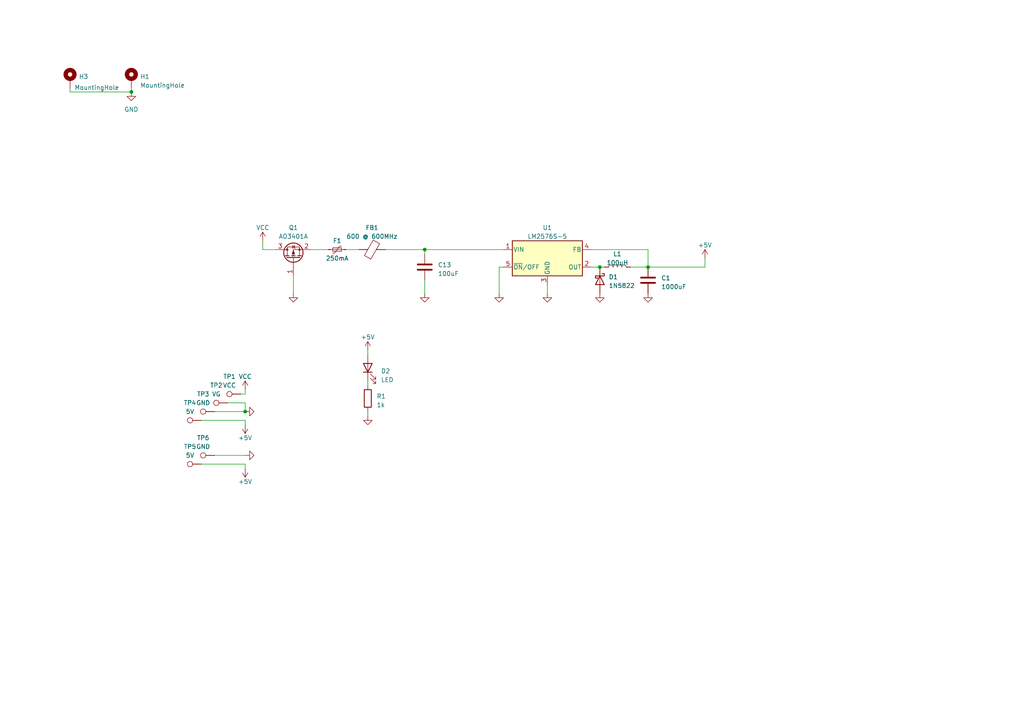
<source format=kicad_sch>
(kicad_sch (version 20230121) (generator eeschema)
  (paper "A4")
  (lib_symbols
    (symbol "Connector:TestPoint" (pin_numbers hide) (pin_names (offset 0.762) hide)
      (property "Reference" "TP" (at 0 6.858 0))
      (property "Value" "TestPoint" (at 0 5.08 0))
      (symbol "TestPoint_0_1"
        (circle (center 0 3.302) (radius 0.762))
      )
      (symbol "TestPoint_1_1"
        (pin passive line (at 0 0 90) (length 2.54) (name "1") (number "1"))
      )
    )
    (symbol "Device:C" (pin_numbers hide) (pin_names (offset 0.254))
      (property "Reference" "C" (at 0.635 2.54 0))
      (property "Value" "C" (at 0.635 -2.54 0))
      (symbol "C_0_1"
        (polyline (pts (xy -2.032 -0.762) (xy 2.032 -0.762)) (stroke (width 0.508)))
        (polyline (pts (xy -2.032 0.762) (xy 2.032 0.762)) (stroke (width 0.508)))
      )
      (symbol "C_1_1"
        (pin passive line (at 0 3.81 270) (length 2.794) (name "~") (number "1"))
        (pin passive line (at 0 -3.81 90) (length 2.794) (name "~") (number "2"))
      )
    )
    (symbol "Device:FerriteBead" (pin_numbers hide) (pin_names (offset 0))
      (property "Reference" "FB" (at -3.81 0.635 90))
      (property "Value" "FerriteBead" (at 3.81 0 90))
      (symbol "FerriteBead_0_1"
        (polyline (pts (xy 0 -1.27) (xy 0 -1.2192)))
        (polyline (pts (xy 0 1.27) (xy 0 1.2954)))
        (polyline (pts (xy -2.7686 0.4064) (xy -1.7018 2.2606) (xy 2.7686 -0.3048) (xy 1.6764 -2.159) (xy -2.7686 0.4064)))
      )
      (symbol "FerriteBead_1_1"
        (pin passive line (at 0 3.81 270) (length 2.54) (name "~") (number "1"))
        (pin passive line (at 0 -3.81 90) (length 2.54) (name "~") (number "2"))
      )
    )
    (symbol "Device:L" (pin_numbers hide) (pin_names (offset 1.016) hide)
      (property "Reference" "L" (at -1.27 0 90))
      (property "Value" "L" (at 1.905 0 90))
      (symbol "L_0_1"
        (arc (start 0 -2.54) (mid 0.6323 -1.905) (end 0 -1.27))
        (arc (start 0 -1.27) (mid 0.6323 -0.635) (end 0 0))
        (arc (start 0 0) (mid 0.6323 0.635) (end 0 1.27))
        (arc (start 0 1.27) (mid 0.6323 1.905) (end 0 2.54))
      )
      (symbol "L_1_1"
        (pin passive line (at 0 3.81 270) (length 1.27) (name "1") (number "1"))
        (pin passive line (at 0 -3.81 90) (length 1.27) (name "2") (number "2"))
      )
    )
    (symbol "Device:LED" (pin_numbers hide) (pin_names (offset 1.016) hide)
      (property "Reference" "D" (at 0 2.54 0))
      (property "Value" "LED" (at 0 -2.54 0))
      (symbol "LED_0_1"
        (polyline (pts (xy -1.27 -1.27) (xy -1.27 1.27)) (stroke (width 0.254)))
        (polyline (pts (xy -1.27 0) (xy 1.27 0)))
        (polyline (pts (xy 1.27 -1.27) (xy 1.27 1.27) (xy -1.27 0) (xy 1.27 -1.27)) (stroke (width 0.254)))
        (polyline (pts (xy -3.048 -0.762) (xy -4.572 -2.286) (xy -3.81 -2.286) (xy -4.572 -2.286) (xy -4.572 -1.524)))
        (polyline (pts (xy -1.778 -0.762) (xy -3.302 -2.286) (xy -2.54 -2.286) (xy -3.302 -2.286) (xy -3.302 -1.524)))
      )
      (symbol "LED_1_1"
        (pin passive line (at -3.81 0 0) (length 2.54) (name "K") (number "1"))
        (pin passive line (at 3.81 0 180) (length 2.54) (name "A") (number "2"))
      )
    )
    (symbol "Device:Polyfuse_Small" (pin_numbers hide) (pin_names (offset 0))
      (property "Reference" "F" (at -1.905 0 90))
      (property "Value" "Polyfuse_Small" (at 1.905 0 90))
      (symbol "Polyfuse_Small_0_1"
        (rectangle (start -0.508 1.27) (end 0.508 -1.27))
        (polyline (pts (xy 0 2.54) (xy 0 -2.54)))
        (polyline (pts (xy -1.016 1.27) (xy -1.016 0.762) (xy 1.016 -0.762) (xy 1.016 -1.27)))
      )
      (symbol "Polyfuse_Small_1_1"
        (pin passive line (at 0 2.54 270) (length 0.635) (name "~") (number "1"))
        (pin passive line (at 0 -2.54 90) (length 0.635) (name "~") (number "2"))
      )
    )
    (symbol "Device:R" (pin_numbers hide) (pin_names (offset 0))
      (property "Reference" "R" (at 2.032 0 90))
      (property "Value" "R" (at 0 0 90))
      (symbol "R_0_1"
        (rectangle (start -1.016 -2.54) (end 1.016 2.54) (stroke (width 0.254)))
      )
      (symbol "R_1_1"
        (pin passive line (at 0 3.81 270) (length 1.27) (name "~") (number "1"))
        (pin passive line (at 0 -3.81 90) (length 1.27) (name "~") (number "2"))
      )
    )
    (symbol "Diode:1N5822" (pin_numbers hide) (pin_names (offset 1.016) hide)
      (property "Reference" "D" (at 0 2.54 0))
      (property "Value" "1N5822" (at 0 -2.54 0))
      (symbol "1N5822_0_1"
        (polyline (pts (xy 1.27 0) (xy -1.27 0)))
        (polyline (pts (xy 1.27 1.27) (xy 1.27 -1.27) (xy -1.27 0) (xy 1.27 1.27)) (stroke (width 0.254)))
        (polyline (pts (xy -1.905 0.635) (xy -1.905 1.27) (xy -1.27 1.27) (xy -1.27 -1.27) (xy -0.635 -1.27) (xy -0.635 -0.635)) (stroke (width 0.254)))
      )
      (symbol "1N5822_1_1"
        (pin passive line (at -3.81 0 0) (length 2.54) (name "K") (number "1"))
        (pin passive line (at 3.81 0 180) (length 2.54) (name "A") (number "2"))
      )
    )
    (symbol "Mechanical:MountingHole_Pad" (pin_numbers hide) (pin_names (offset 1.016) hide)
      (property "Reference" "H" (at 0 6.35 0))
      (property "Value" "MountingHole_Pad" (at 0 4.445 0))
      (symbol "MountingHole_Pad_0_1"
        (circle (center 0 1.27) (radius 1.27) (stroke (width 1.27)))
      )
      (symbol "MountingHole_Pad_1_1"
        (pin input line (at 0 -2.54 90) (length 2.54) (name "1") (number "1"))
      )
    )
    (symbol "Regulator_Switching:LM2576S-5" (pin_names (offset 0.254))
      (property "Reference" "U" (at -10.16 6.35 0))
      (property "Value" "LM2576S-5" (at 0 6.35 0))
      (symbol "LM2576S-5_0_1"
        (rectangle (start -10.16 5.08) (end 10.16 -5.08) (stroke (width 0.254)) (fill (type background)))
      )
      (symbol "LM2576S-5_1_1"
        (pin power_in line (at -12.7 2.54 0) (length 2.54) (name "VIN") (number "1"))
        (pin output line (at 12.7 -2.54 180) (length 2.54) (name "OUT") (number "2"))
        (pin power_in line (at 0 -7.62 90) (length 2.54) (name "GND") (number "3"))
        (pin input line (at 12.7 2.54 180) (length 2.54) (name "FB") (number "4"))
        (pin input line (at -12.7 -2.54 0) (length 2.54) (name "~{ON}/OFF") (number "5"))
      )
    )
    (symbol "Transistor_FET:AO3401A" (pin_names hide)
      (property "Reference" "Q" (at 5.08 1.905 0))
      (property "Value" "AO3401A" (at 5.08 0 0))
      (symbol "AO3401A_0_1"
        (polyline (pts (xy 0.254 0) (xy -2.54 0)))
        (polyline (pts (xy 0.254 1.905) (xy 0.254 -1.905)) (stroke (width 0.254)))
        (polyline (pts (xy 0.762 -1.27) (xy 0.762 -2.286)) (stroke (width 0.254)))
        (polyline (pts (xy 0.762 0.508) (xy 0.762 -0.508)) (stroke (width 0.254)))
        (polyline (pts (xy 0.762 2.286) (xy 0.762 1.27)) (stroke (width 0.254)))
        (polyline (pts (xy 2.54 2.54) (xy 2.54 1.778)))
        (polyline (pts (xy 2.54 -2.54) (xy 2.54 0) (xy 0.762 0)))
        (polyline (pts (xy 0.762 1.778) (xy 3.302 1.778) (xy 3.302 -1.778) (xy 0.762 -1.778)))
        (polyline (pts (xy 2.286 0) (xy 1.27 0.381) (xy 1.27 -0.381) (xy 2.286 0)) (fill (type outline)))
        (polyline (pts (xy 2.794 -0.508) (xy 2.921 -0.381) (xy 3.683 -0.381) (xy 3.81 -0.254)))
        (polyline (pts (xy 3.302 -0.381) (xy 2.921 0.254) (xy 3.683 0.254) (xy 3.302 -0.381)))
        (circle (center 1.651 0) (radius 2.794) (stroke (width 0.254)))
        (circle (center 2.54 -1.778) (radius 0.254) (fill (type outline)))
        (circle (center 2.54 1.778) (radius 0.254) (fill (type outline)))
      )
      (symbol "AO3401A_1_1"
        (pin input line (at -5.08 0 0) (length 2.54) (name "G") (number "1"))
        (pin passive line (at 2.54 -5.08 90) (length 2.54) (name "S") (number "2"))
        (pin passive line (at 2.54 5.08 270) (length 2.54) (name "D") (number "3"))
      )
    )
    (symbol "power:+5V" (power) (pin_names (offset 0))
      (property "Value" "+5V" (at 0 3.556 0))
      (symbol "+5V_0_1"
        (polyline (pts (xy -0.762 1.27) (xy 0 2.54)))
        (polyline (pts (xy 0 0) (xy 0 2.54)))
        (polyline (pts (xy 0 2.54) (xy 0.762 1.27)))
      )
      (symbol "+5V_1_1"
        (pin power_in line (at 0 0 90) (length 0) hide (name "+5V") (number "1"))
      )
    )
    (symbol "power:GND" (power) (pin_names (offset 0))
      (property "Value" "GND" (at 0 -3.81 0))
      (symbol "GND_0_1"
        (polyline (pts (xy 0 0) (xy 0 -1.27) (xy 1.27 -1.27) (xy 0 -2.54) (xy -1.27 -1.27) (xy 0 -1.27)))
      )
      (symbol "GND_1_1"
        (pin power_in line (at 0 0 270) (length 0) hide (name "GND") (number "1"))
      )
    )
    (symbol "power:VCC" (power) (pin_names (offset 0))
      (property "Value" "VCC" (at 0 3.81 0))
      (symbol "VCC_0_1"
        (polyline (pts (xy -0.762 1.27) (xy 0 2.54)))
        (polyline (pts (xy 0 0) (xy 0 2.54)))
        (polyline (pts (xy 0 2.54) (xy 0.762 1.27)))
      )
      (symbol "VCC_1_1"
        (pin power_in line (at 0 0 90) (length 0) hide (name "VCC") (number "1"))
      )
    )
  )
  (junction (at 123.19 72.39))
  (junction (at 38.1 26.67))
  (junction (at 187.96 77.47))
  (junction (at 173.99 77.47))
  (junction (at 71.12 119.38))
  (wire (pts (xy 69.85 114.3) (xy 71.12 114.3)))
  (wire (pts (xy 204.47 77.47) (xy 187.96 77.47)))
  (wire (pts (xy 58.42 134.62) (xy 71.12 134.62)))
  (wire (pts (xy 76.2 69.85) (xy 76.2 72.39)))
  (wire (pts (xy 71.12 135.89) (xy 71.12 134.62)))
  (wire (pts (xy 85.09 85.09) (xy 85.09 80.01)))
  (wire (pts (xy 38.1 26.67) (xy 20.32 26.67)))
  (wire (pts (xy 204.47 74.93) (xy 204.47 77.47)))
  (wire (pts (xy 100.33 72.39) (xy 104.14 72.39)))
  (wire (pts (xy 106.68 119.38) (xy 106.68 120.65)))
  (wire (pts (xy 76.2 72.39) (xy 80.01 72.39)))
  (wire (pts (xy 187.96 72.39) (xy 187.96 77.47)))
  (wire (pts (xy 146.05 77.47) (xy 144.78 77.47)))
  (wire (pts (xy 158.75 85.09) (xy 158.75 82.55)))
  (wire (pts (xy 20.32 26.67) (xy 20.32 25.4)))
  (wire (pts (xy 173.99 77.47) (xy 175.26 77.47)))
  (wire (pts (xy 171.45 77.47) (xy 173.99 77.47)))
  (wire (pts (xy 111.76 72.39) (xy 123.19 72.39)))
  (wire (pts (xy 123.19 73.66) (xy 123.19 72.39)))
  (wire (pts (xy 182.88 77.47) (xy 187.96 77.47)))
  (wire (pts (xy 90.17 72.39) (xy 95.25 72.39)))
  (wire (pts (xy 71.12 116.84) (xy 71.12 119.38)))
  (wire (pts (xy 171.45 72.39) (xy 187.96 72.39)))
  (wire (pts (xy 62.23 119.38) (xy 71.12 119.38)))
  (wire (pts (xy 38.1 25.4) (xy 38.1 26.67)))
  (wire (pts (xy 71.12 123.19) (xy 71.12 121.92)))
  (wire (pts (xy 144.78 77.47) (xy 144.78 85.09)))
  (wire (pts (xy 106.68 101.6) (xy 106.68 102.87)))
  (wire (pts (xy 71.12 114.3) (xy 71.12 113.03)))
  (wire (pts (xy 123.19 72.39) (xy 146.05 72.39)))
  (wire (pts (xy 58.42 121.92) (xy 71.12 121.92)))
  (wire (pts (xy 62.23 132.08) (xy 71.12 132.08)))
  (wire (pts (xy 123.19 85.09) (xy 123.19 81.28)))
  (wire (pts (xy 106.68 110.49) (xy 106.68 111.76)))
  (wire (pts (xy 66.04 116.84) (xy 71.12 116.84)))
  (symbol (lib_id "power:VCC") (at 71.12 113.03 0) (unit 1)
    (property "Reference" "#PWR09" (effects hide))
    (property "Value" "VCC" (at 71.12 109.22 0))
  )
  (symbol (lib_id "Connector:TestPoint") (at 66.04 116.84 90) (unit 1)
    (property "Reference" "TP2" (at 62.738 111.76 90))
    (property "Value" "VG" (at 62.738 114.3 90))
    (property "Footprint" "TestPoint:TestPoint_Pad_2.0x2.0mm" (effects hide))
  )
  (symbol (lib_id "Device:C") (at 123.19 77.47 0) (unit 1)
    (property "Reference" "C13" (at 127 76.835 0) (effects (justify left)))
    (property "Value" "100uF" (at 127 79.375 0) (effects (justify left)))
    (property "Footprint" "Capacitor_SMD:C_1206_3216Metric" (effects hide))
  )
  (symbol (lib_id "power:GND") (at 71.12 119.38 90) (unit 1)
    (property "Reference" "#PWR05" (effects hide))
    (property "Value" "GND" (effects hide))
  )
  (symbol (lib_id "Mechanical:MountingHole_Pad") (at 20.32 22.86 0) (unit 1)
    (property "Reference" "H3" (at 22.86 22.225 0) (effects (justify left)))
    (property "Value" "MountingHole" (at 21.59 25.4 0) (effects (justify left)))
    (property "Footprint" "Josh Custom:MountingHole_3.2mm_M3_DIN965_Pad" (effects hide))
  )
  (symbol (lib_id "Device:C") (at 187.96 81.28 0) (unit 1)
    (property "Reference" "C1" (at 191.77 80.645 0) (effects (justify left)))
    (property "Value" "1000uF" (at 191.77 83.185 0) (effects (justify left)))
    (property "Footprint" "Capacitor_SMD:C_Elec_10x10.2" (effects hide))
  )
  (symbol (lib_id "power:+5V") (at 106.68 101.6 0) (unit 1)
    (property "Reference" "#PWR012" (effects hide))
    (property "Value" "+5V" (at 106.68 97.79 0))
  )
  (symbol (lib_id "power:GND") (at 71.12 132.08 90) (unit 1)
    (property "Reference" "#PWR014" (effects hide))
    (property "Value" "GND" (effects hide))
  )
  (symbol (lib_id "Device:Polyfuse_Small") (at 97.79 72.39 90) (unit 1)
    (property "Reference" "F1" (at 97.79 69.85 90))
    (property "Value" "250mA" (at 97.79 74.93 90))
    (property "Footprint" "Fuse:Fuse_1206_3216Metric" (effects hide))
  )
  (symbol (lib_id "power:+5V") (at 71.12 135.89 0) (mirror x) (unit 1)
    (property "Reference" "#PWR015" (effects hide))
    (property "Value" "+5V" (at 71.12 139.7 0))
  )
  (symbol (lib_id "power:GND") (at 38.1 26.67 0) (unit 1)
    (property "Reference" "#PWR013" (effects hide))
    (property "Value" "GND" (at 38.1 31.75 0))
  )
  (symbol (lib_id "Mechanical:MountingHole_Pad") (at 38.1 22.86 0) (unit 1)
    (property "Reference" "H1" (at 40.64 22.225 0) (effects (justify left)))
    (property "Value" "MountingHole" (at 40.64 24.765 0) (effects (justify left)))
    (property "Footprint" "Josh Custom:MountingHole_3.2mm_M3_DIN965_Pad" (effects hide))
  )
  (symbol (lib_id "Device:FerriteBead") (at 107.95 72.39 90) (unit 1)
    (property "Reference" "FB1" (at 107.8992 66.04 90))
    (property "Value" "600 @ 600MHz" (at 107.8992 68.58 90))
    (property "Footprint" "Inductor_SMD:L_0805_2012Metric" (effects hide))
  )
  (symbol (lib_id "power:GND") (at 158.75 85.09 0) (unit 1)
    (property "Reference" "#PWR01" (effects hide))
    (property "Value" "GND" (effects hide))
  )
  (symbol (lib_id "Regulator_Switching:LM2576S-5") (at 158.75 74.93 0) (unit 1)
    (property "Reference" "U1" (at 158.75 66.04 0))
    (property "Value" "LM2576S-5" (at 158.75 68.58 0))
    (property "Footprint" "Package_TO_SOT_SMD:TO-263-5_TabPin3" (effects hide))
    (property "Datasheet" "http://www.ti.com/lit/ds/symlink/lm2576.pdf" (effects hide))
  )
  (symbol (lib_id "Connector:TestPoint") (at 62.23 119.38 90) (unit 1)
    (property "Reference" "TP3" (at 58.928 114.3 90))
    (property "Value" "GND" (at 58.928 116.84 90))
    (property "Footprint" "TestPoint:TestPoint_Pad_1.0x1.0mm" (effects hide))
  )
  (symbol (lib_id "Connector:TestPoint") (at 58.42 121.92 90) (unit 1)
    (property "Reference" "TP4" (at 55.118 116.84 90))
    (property "Value" "5V" (at 55.118 119.38 90))
    (property "Footprint" "TestPoint:TestPoint_Pad_1.0x1.0mm" (effects hide))
  )
  (symbol (lib_id "power:+5V") (at 204.47 74.93 0) (unit 1)
    (property "Reference" "#PWR08" (effects hide))
    (property "Value" "+5V" (at 204.47 71.12 0))
  )
  (symbol (lib_id "Connector:TestPoint") (at 69.85 114.3 90) (unit 1)
    (property "Reference" "TP1" (at 66.548 109.22 90))
    (property "Value" "VCC" (at 66.548 111.76 90))
    (property "Footprint" "TestPoint:TestPoint_Pad_2.0x2.0mm" (effects hide))
  )
  (symbol (lib_id "power:GND") (at 187.96 85.09 0) (unit 1)
    (property "Reference" "#PWR07" (effects hide))
    (property "Value" "GND" (effects hide))
  )
  (symbol (lib_id "Device:LED") (at 106.68 106.68 90) (unit 1)
    (property "Reference" "D2" (at 110.49 107.6325 90) (effects (justify right)))
    (property "Value" "LED" (at 110.49 110.1725 90) (effects (justify right)))
    (property "Footprint" "LED_SMD:LED_0603_1608Metric" (effects hide))
  )
  (symbol (lib_id "Device:R") (at 106.68 115.57 0) (unit 1)
    (property "Reference" "R1" (at 109.22 114.935 0) (effects (justify left)))
    (property "Value" "1k" (at 109.22 117.475 0) (effects (justify left)))
    (property "Footprint" "Resistor_SMD:R_0603_1608Metric" (effects hide))
  )
  (symbol (lib_id "power:VCC") (at 76.2 69.85 0) (unit 1)
    (property "Reference" "#PWR02" (effects hide))
    (property "Value" "VCC" (at 76.2 66.04 0))
  )
  (symbol (lib_id "power:GND") (at 85.09 85.09 0) (unit 1)
    (property "Reference" "#PWR011" (effects hide))
    (property "Value" "GND" (effects hide))
  )
  (symbol (lib_id "Diode:1N5822") (at 173.99 81.28 270) (unit 1)
    (property "Reference" "D1" (at 176.53 80.3275 90) (effects (justify left)))
    (property "Value" "1N5822" (at 176.53 82.8675 90) (effects (justify left)))
    (property "Footprint" "Diode_THT:D_DO-201AD_P15.24mm_Horizontal" (effects hide))
    (property "Datasheet" "http://www.vishay.com/docs/88526/1n5820.pdf" (effects hide))
  )
  (symbol (lib_id "power:+5V") (at 71.12 123.19 0) (mirror x) (unit 1)
    (property "Reference" "#PWR04" (effects hide))
    (property "Value" "+5V" (at 71.12 127 0))
  )
  (symbol (lib_id "Connector:TestPoint") (at 62.23 132.08 90) (unit 1)
    (property "Reference" "TP6" (at 58.928 127 90))
    (property "Value" "GND" (at 58.928 129.54 90))
    (property "Footprint" "TestPoint:TestPoint_Pad_1.0x1.0mm" (effects hide))
  )
  (symbol (lib_id "Device:L") (at 179.07 77.47 90) (unit 1)
    (property "Reference" "L1" (at 179.07 73.66 90))
    (property "Value" "100uH" (at 179.07 76.2 90))
    (property "Footprint" "Inductor_SMD:L_Sunlord_MWSA0605S" (effects hide))
  )
  (symbol (lib_id "power:GND") (at 144.78 85.09 0) (unit 1)
    (property "Reference" "#PWR03" (effects hide))
    (property "Value" "GND" (effects hide))
  )
  (symbol (lib_id "Connector:TestPoint") (at 58.42 134.62 90) (unit 1)
    (property "Reference" "TP5" (at 55.118 129.54 90))
    (property "Value" "5V" (at 55.118 132.08 90))
    (property "Footprint" "TestPoint:TestPoint_Pad_1.0x1.0mm" (effects hide))
  )
  (symbol (lib_id "power:GND") (at 173.99 85.09 0) (unit 1)
    (property "Reference" "#PWR06" (effects hide))
    (property "Value" "GND" (effects hide))
  )
  (symbol (lib_id "Transistor_FET:AO3401A") (at 85.09 74.93 90) (unit 1)
    (property "Reference" "Q1" (at 85.09 66.04 90))
    (property "Value" "AO3401A" (at 85.09 68.58 90))
    (property "Footprint" "Package_TO_SOT_SMD:SOT-23" (effects hide))
    (property "Datasheet" "http://www.aosmd.com/pdfs/datasheet/AO3401A.pdf" (effects hide))
  )
  (symbol (lib_id "power:GND") (at 123.19 85.09 0) (unit 1)
    (property "Reference" "#PWR018" (effects hide))
    (property "Value" "GND" (effects hide))
  )
  (symbol (lib_id "power:GND") (at 106.68 120.65 0) (unit 1)
    (property "Reference" "#PWR010" (effects hide))
    (property "Value" "GND" (effects hide))
  )
)
</source>
